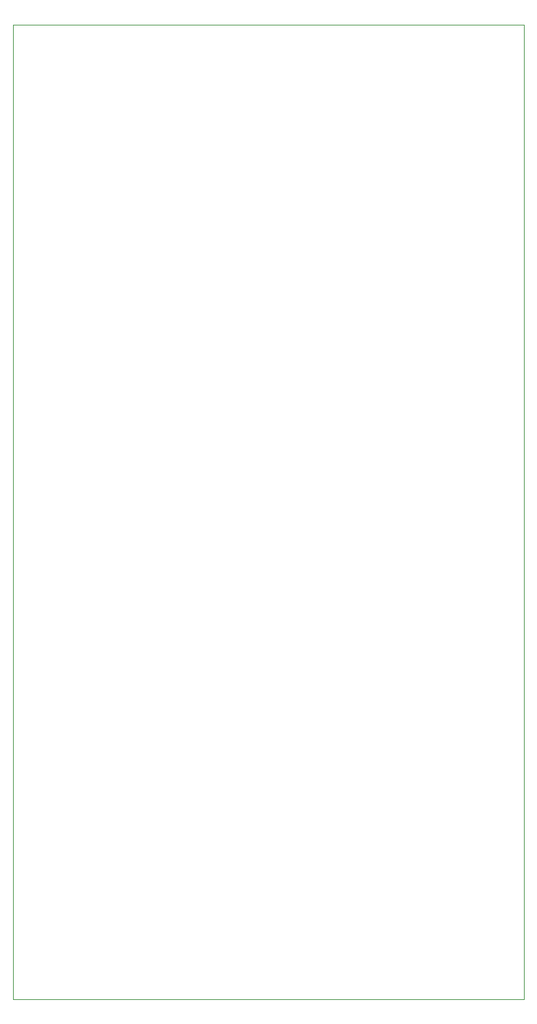
<source format=gbr>
G04 #@! TF.GenerationSoftware,KiCad,Pcbnew,(5.1.7)-1*
G04 #@! TF.CreationDate,2020-11-09T16:31:24+01:00*
G04 #@! TF.ProjectId,Touch-Flaeche,546f7563-682d-4466-9c61-656368652e6b,0.1*
G04 #@! TF.SameCoordinates,Original*
G04 #@! TF.FileFunction,Profile,NP*
%FSLAX46Y46*%
G04 Gerber Fmt 4.6, Leading zero omitted, Abs format (unit mm)*
G04 Created by KiCad (PCBNEW (5.1.7)-1) date 2020-11-09 16:31:24*
%MOMM*%
%LPD*%
G01*
G04 APERTURE LIST*
G04 #@! TA.AperFunction,Profile*
%ADD10C,0.050000*%
G04 #@! TD*
G04 APERTURE END LIST*
D10*
X90500000Y-150900000D02*
X90500000Y-30900000D01*
X153500000Y-150900000D02*
X90500000Y-150900000D01*
X153500000Y-30900000D02*
X153500000Y-150900000D01*
X90500000Y-30900000D02*
X153500000Y-30900000D01*
M02*

</source>
